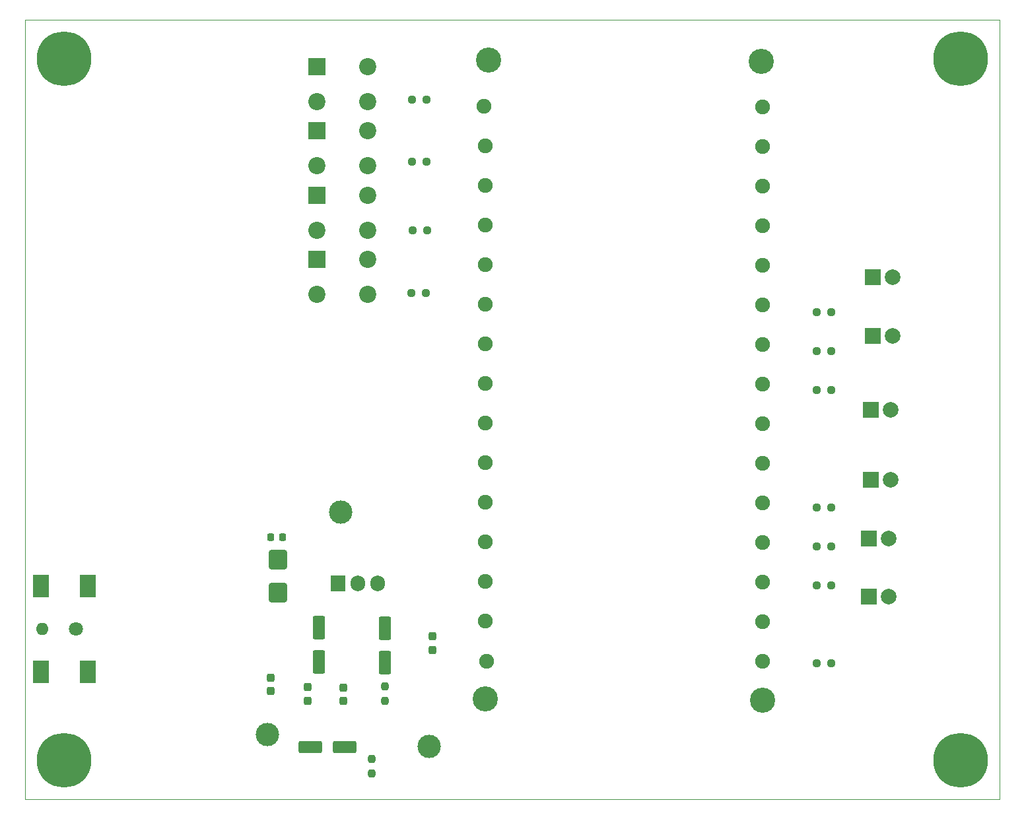
<source format=gbr>
%TF.GenerationSoftware,KiCad,Pcbnew,7.0.5*%
%TF.CreationDate,2024-05-19T08:19:49-04:00*%
%TF.ProjectId,homeWork2,686f6d65-576f-4726-9b32-2e6b69636164,V2*%
%TF.SameCoordinates,Original*%
%TF.FileFunction,Soldermask,Top*%
%TF.FilePolarity,Negative*%
%FSLAX46Y46*%
G04 Gerber Fmt 4.6, Leading zero omitted, Abs format (unit mm)*
G04 Created by KiCad (PCBNEW 7.0.5) date 2024-05-19 08:19:49*
%MOMM*%
%LPD*%
G01*
G04 APERTURE LIST*
G04 Aperture macros list*
%AMRoundRect*
0 Rectangle with rounded corners*
0 $1 Rounding radius*
0 $2 $3 $4 $5 $6 $7 $8 $9 X,Y pos of 4 corners*
0 Add a 4 corners polygon primitive as box body*
4,1,4,$2,$3,$4,$5,$6,$7,$8,$9,$2,$3,0*
0 Add four circle primitives for the rounded corners*
1,1,$1+$1,$2,$3*
1,1,$1+$1,$4,$5*
1,1,$1+$1,$6,$7*
1,1,$1+$1,$8,$9*
0 Add four rect primitives between the rounded corners*
20,1,$1+$1,$2,$3,$4,$5,0*
20,1,$1+$1,$4,$5,$6,$7,0*
20,1,$1+$1,$6,$7,$8,$9,0*
20,1,$1+$1,$8,$9,$2,$3,0*%
G04 Aperture macros list end*
%ADD10RoundRect,0.237500X0.250000X0.237500X-0.250000X0.237500X-0.250000X-0.237500X0.250000X-0.237500X0*%
%ADD11R,2.000000X2.000000*%
%ADD12C,2.000000*%
%ADD13R,2.200000X2.200000*%
%ADD14C,2.200000*%
%ADD15C,0.800000*%
%ADD16C,7.000000*%
%ADD17C,3.228898*%
%ADD18C,1.900000*%
%ADD19RoundRect,0.250000X0.900000X-1.000000X0.900000X1.000000X-0.900000X1.000000X-0.900000X-1.000000X0*%
%ADD20C,3.000000*%
%ADD21RoundRect,0.237500X0.237500X-0.250000X0.237500X0.250000X-0.237500X0.250000X-0.237500X-0.250000X0*%
%ADD22RoundRect,0.237500X0.237500X-0.300000X0.237500X0.300000X-0.237500X0.300000X-0.237500X-0.300000X0*%
%ADD23RoundRect,0.250000X0.550000X-1.250000X0.550000X1.250000X-0.550000X1.250000X-0.550000X-1.250000X0*%
%ADD24RoundRect,0.218750X0.218750X0.256250X-0.218750X0.256250X-0.218750X-0.256250X0.218750X-0.256250X0*%
%ADD25RoundRect,0.237500X-0.250000X-0.237500X0.250000X-0.237500X0.250000X0.237500X-0.250000X0.237500X0*%
%ADD26RoundRect,0.250000X1.250000X0.550000X-1.250000X0.550000X-1.250000X-0.550000X1.250000X-0.550000X0*%
%ADD27O,1.600000X1.600000*%
%ADD28C,1.800000*%
%ADD29R,2.000000X3.000000*%
%ADD30R,2.000000X2.999999*%
%ADD31R,1.905000X2.000000*%
%ADD32O,1.905000X2.000000*%
%TA.AperFunction,Profile*%
%ADD33C,0.100000*%
%TD*%
G04 APERTURE END LIST*
D10*
%TO.C,R14*%
X153412500Y-97500000D03*
X151587500Y-97500000D03*
%TD*%
D11*
%TO.C,D6-lostSock1*%
X158770000Y-83000000D03*
D12*
X161310000Y-83000000D03*
%TD*%
D13*
%TO.C,S2-RepeatCalculation1*%
X87441500Y-64208000D03*
D14*
X93941500Y-64208000D03*
X87441500Y-68708000D03*
X93941500Y-68708000D03*
%TD*%
D15*
%TO.C,H1*%
X52375000Y-55000000D03*
X53143845Y-53143845D03*
X53143845Y-56856155D03*
X55000000Y-52375000D03*
D16*
X55000000Y-55000000D03*
D15*
X55000000Y-57625000D03*
X56856155Y-53143845D03*
X56856155Y-56856155D03*
X57625000Y-55000000D03*
%TD*%
D17*
%TO.C,ESP1*%
X109071500Y-137124600D03*
X109477900Y-55133400D03*
X144428300Y-55285800D03*
X144580700Y-137226200D03*
D18*
X109210700Y-132277000D03*
X109020700Y-127117000D03*
X109020700Y-122037000D03*
X109020700Y-116957000D03*
X109020700Y-111877000D03*
X109020700Y-106797000D03*
X109020700Y-101717000D03*
X109020700Y-96637000D03*
X109020700Y-91557000D03*
X109020700Y-86477000D03*
X109020700Y-81397000D03*
X109020700Y-76317000D03*
X109020700Y-71237000D03*
X109020700Y-66157000D03*
X108919100Y-61077000D03*
X144580700Y-61178600D03*
X144580700Y-66258600D03*
X144580700Y-71338600D03*
X144580700Y-76418600D03*
X144580700Y-81498600D03*
X144580700Y-86578600D03*
X144580700Y-91658600D03*
X144580700Y-96738600D03*
X144580700Y-101818600D03*
X144580700Y-106898600D03*
X144580700Y-111978600D03*
X144580700Y-117058600D03*
X144580700Y-122138600D03*
X144580700Y-127218600D03*
X144580700Y-132298600D03*
%TD*%
D19*
%TO.C,D2*%
X82500000Y-123500000D03*
X82500000Y-119200000D03*
%TD*%
D10*
%TO.C,R12*%
X153412500Y-87500000D03*
X151587500Y-87500000D03*
%TD*%
D20*
%TO.C,TP2*%
X90500000Y-113150000D03*
%TD*%
D21*
%TO.C,R2*%
X94500000Y-146662500D03*
X94500000Y-144837500D03*
%TD*%
D15*
%TO.C,H2*%
X52375000Y-145000000D03*
X53143845Y-143143845D03*
X53143845Y-146856155D03*
X55000000Y-142375000D03*
D16*
X55000000Y-145000000D03*
D15*
X55000000Y-147625000D03*
X56856155Y-143143845D03*
X56856155Y-146856155D03*
X57625000Y-145000000D03*
%TD*%
D22*
%TO.C,C2*%
X81550000Y-136112500D03*
X81550000Y-134387500D03*
%TD*%
D23*
%TO.C,C4*%
X87750000Y-132350000D03*
X87750000Y-127950000D03*
%TD*%
%TO.C,C3*%
X96200000Y-132450000D03*
X96200000Y-128050000D03*
%TD*%
D24*
%TO.C,F1*%
X83075000Y-116350000D03*
X81500000Y-116350000D03*
%TD*%
D10*
%TO.C,R9*%
X153412500Y-112500000D03*
X151587500Y-112500000D03*
%TD*%
%TO.C,R10*%
X153412500Y-117500000D03*
X151587500Y-117500000D03*
%TD*%
D25*
%TO.C,R4*%
X99679000Y-68208000D03*
X101504000Y-68208000D03*
%TD*%
D22*
%TO.C,C1*%
X102300000Y-130812500D03*
X102300000Y-129087500D03*
%TD*%
D10*
%TO.C,R3*%
X101516500Y-60208000D03*
X99691500Y-60208000D03*
%TD*%
D15*
%TO.C,H4*%
X167375000Y-145000000D03*
X168143845Y-143143845D03*
X168143845Y-146856155D03*
X170000000Y-142375000D03*
D16*
X170000000Y-145000000D03*
D15*
X170000000Y-147625000D03*
X171856155Y-143143845D03*
X171856155Y-146856155D03*
X172625000Y-145000000D03*
%TD*%
D11*
%TO.C,D3-babyCrying1*%
X158460000Y-109000000D03*
D12*
X161000000Y-109000000D03*
%TD*%
D13*
%TO.C,S1-morseCodeDanger1*%
X87441500Y-55958000D03*
D14*
X93941500Y-55958000D03*
X87441500Y-60458000D03*
X93941500Y-60458000D03*
%TD*%
D21*
%TO.C,R1*%
X96200000Y-137350000D03*
X96200000Y-135525000D03*
%TD*%
D26*
%TO.C,C7*%
X91000000Y-143250000D03*
X86600000Y-143250000D03*
%TD*%
D25*
%TO.C,R7*%
X151587500Y-132500000D03*
X153412500Y-132500000D03*
%TD*%
D11*
%TO.C,D5-mute1*%
X158230000Y-124000000D03*
D12*
X160770000Y-124000000D03*
%TD*%
D20*
%TO.C,TP3*%
X101850000Y-143150000D03*
%TD*%
D25*
%TO.C,R5*%
X99779000Y-76958000D03*
X101604000Y-76958000D03*
%TD*%
D13*
%TO.C,S3-muteFiveMin1*%
X87441500Y-72458000D03*
D14*
X93941500Y-72458000D03*
X87441500Y-76958000D03*
X93941500Y-76958000D03*
%TD*%
D11*
%TO.C,D4-coldFood1*%
X158230000Y-116500000D03*
D12*
X160770000Y-116500000D03*
%TD*%
D27*
%TO.C,J1*%
X52200000Y-128150000D03*
D28*
X56600000Y-128150000D03*
D29*
X58100000Y-122650000D03*
X58100000Y-133650000D03*
X52100000Y-133650000D03*
D30*
X52100000Y-122650000D03*
%TD*%
D22*
%TO.C,C6*%
X90850000Y-137362500D03*
X90850000Y-135637500D03*
%TD*%
D25*
%TO.C,R6*%
X99579000Y-85008000D03*
X101404000Y-85008000D03*
%TD*%
D22*
%TO.C,C5*%
X86300000Y-137312500D03*
X86300000Y-135587500D03*
%TD*%
D11*
%TO.C,D7-unstableGround1*%
X158770000Y-90500000D03*
D12*
X161310000Y-90500000D03*
%TD*%
D10*
%TO.C,R11*%
X153412500Y-122500000D03*
X151587500Y-122500000D03*
%TD*%
D31*
%TO.C,U1*%
X90160000Y-122245000D03*
D32*
X92700000Y-122245000D03*
X95240000Y-122245000D03*
%TD*%
D10*
%TO.C,R13*%
X153412500Y-92500000D03*
X151587500Y-92500000D03*
%TD*%
D13*
%TO.C,S4-SendEmergMessage1*%
X87441500Y-80708000D03*
D14*
X93941500Y-80708000D03*
X87441500Y-85208000D03*
X93941500Y-85208000D03*
%TD*%
D11*
%TO.C,D8-highBloodPreasure1*%
X158500000Y-100000000D03*
D12*
X161040000Y-100000000D03*
%TD*%
D20*
%TO.C,TP1*%
X81100000Y-141650000D03*
%TD*%
D15*
%TO.C,H3*%
X167375000Y-55000000D03*
X168143845Y-53143845D03*
X168143845Y-56856155D03*
X170000000Y-52375000D03*
D16*
X170000000Y-55000000D03*
D15*
X170000000Y-57625000D03*
X171856155Y-53143845D03*
X171856155Y-56856155D03*
X172625000Y-55000000D03*
%TD*%
D33*
X50000000Y-50000000D02*
X175000000Y-50000000D01*
X175000000Y-149950000D01*
X50000000Y-149950000D01*
X50000000Y-50000000D01*
M02*

</source>
